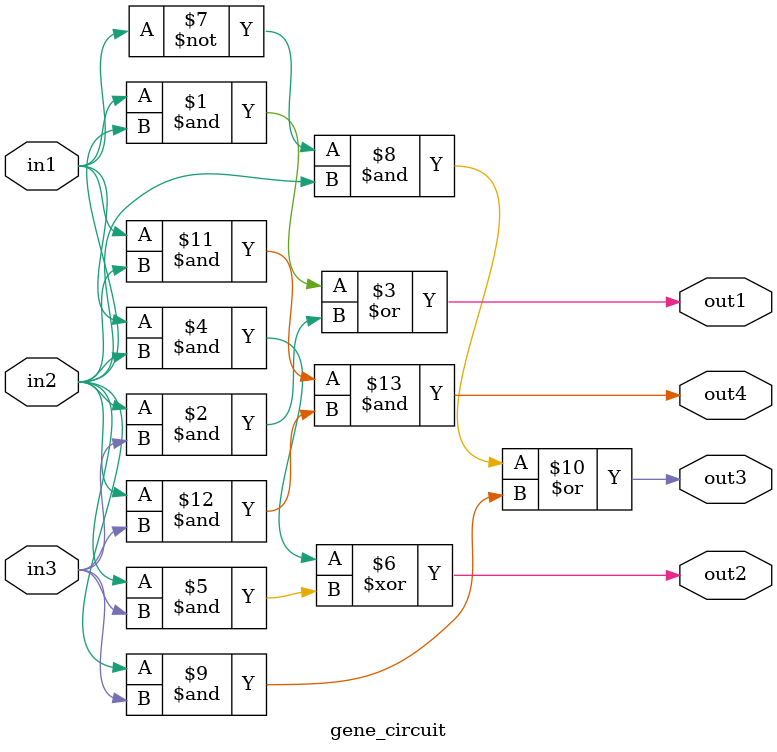
<source format=v>
module gene_circuit (input in1, in2, in3, output out1, out2, out3, out4);

assign out1 = (in1 & in2) | (in2 & in3);
assign out2 = (in1 & in2) ^ (in2 & in3);
assign out3 = (~in1 & in2) | (in2 & in3);
assign out4 = (in1 & in2) & (in2 & in3);

endmodule

</source>
